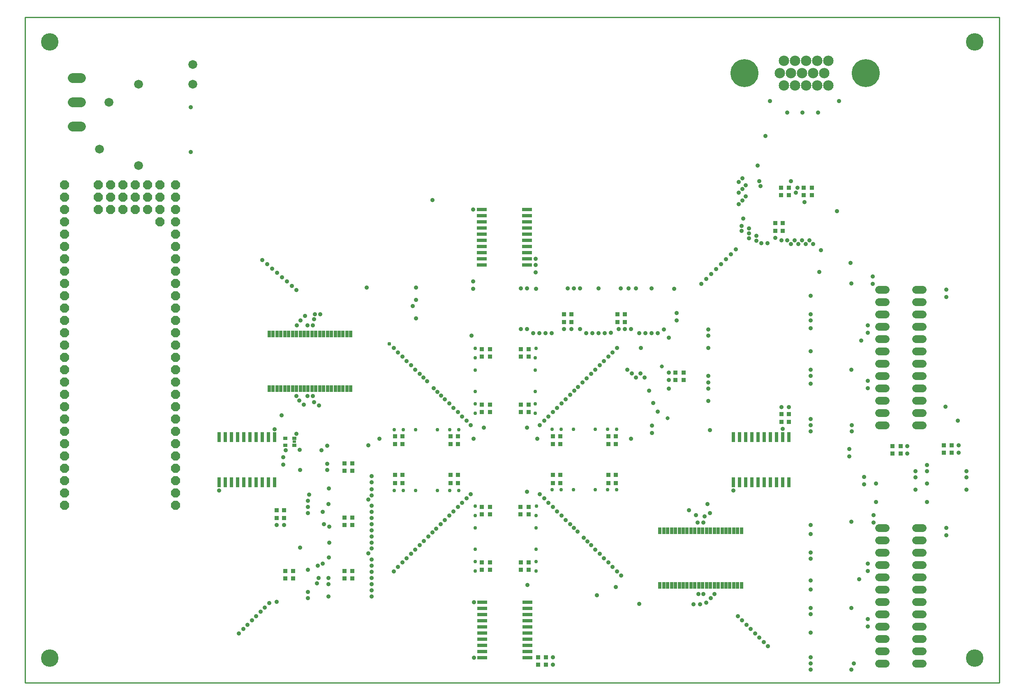
<source format=gbr>
G04 EAGLE Gerber RS-274X export*
G75*
%MOMM*%
%FSLAX34Y34*%
%LPD*%
%INSoldermask Bottom*%
%IPPOS*%
%AMOC8*
5,1,8,0,0,1.08239X$1,22.5*%
G01*
%ADD10C,5.760719*%
%ADD11C,2.148837*%
%ADD12R,0.670563X2.092963*%
%ADD13R,2.092963X0.670563*%
%ADD14R,0.650000X1.325000*%
%ADD15R,0.960000X0.960000*%
%ADD16C,1.584963*%
%ADD17P,1.958693X8X112.500000*%
%ADD18P,1.958693X8X202.500000*%
%ADD19C,3.600000*%
%ADD20R,0.820000X0.720000*%
%ADD21R,0.780000X0.480000*%
%ADD22C,2.040000*%
%ADD23C,0.762000*%
%ADD24C,0.914400*%
%ADD25C,1.828800*%
%ADD26C,0.785763*%
%ADD27C,0.822963*%
%ADD28C,0.254000*%


D10*
X1731569Y1256030D03*
X1481531Y1256030D03*
D11*
X1654479Y1230620D03*
X1631568Y1230620D03*
X1608658Y1230620D03*
X1585747Y1230620D03*
X1562836Y1230620D03*
X1646021Y1256030D03*
X1623110Y1256030D03*
X1600200Y1256030D03*
X1577289Y1256030D03*
X1554378Y1256030D03*
X1654479Y1281441D03*
X1631568Y1281441D03*
X1608658Y1281441D03*
X1585747Y1281441D03*
X1562836Y1281441D03*
D12*
X514350Y413004D03*
X501650Y413004D03*
X488950Y413004D03*
X476250Y413004D03*
X463550Y413004D03*
X450850Y413004D03*
X438150Y413004D03*
X425450Y413004D03*
X412750Y413004D03*
X400050Y413004D03*
X400050Y506476D03*
X412750Y506476D03*
X425450Y506476D03*
X438150Y506476D03*
X450850Y506476D03*
X463550Y506476D03*
X476250Y506476D03*
X488950Y506476D03*
X501650Y506476D03*
X514350Y506476D03*
D13*
X941578Y51562D03*
X941578Y64262D03*
X941578Y76962D03*
X941578Y89662D03*
X941578Y102362D03*
X941578Y115062D03*
X941578Y127762D03*
X941578Y140462D03*
X941578Y153162D03*
X941578Y165862D03*
X1035050Y165862D03*
X1035050Y153162D03*
X1035050Y140462D03*
X1035050Y127762D03*
X1035050Y115062D03*
X1035050Y102362D03*
X1035050Y89662D03*
X1035050Y76962D03*
X1035050Y64262D03*
X1035050Y51562D03*
X940562Y861314D03*
X940562Y874014D03*
X940562Y886714D03*
X940562Y899414D03*
X940562Y912114D03*
X940562Y924814D03*
X940562Y937514D03*
X940562Y950214D03*
X940562Y962914D03*
X940562Y975614D03*
X1034034Y975614D03*
X1034034Y962914D03*
X1034034Y950214D03*
X1034034Y937514D03*
X1034034Y924814D03*
X1034034Y912114D03*
X1034034Y899414D03*
X1034034Y886714D03*
X1034034Y874014D03*
X1034034Y861314D03*
D12*
X1573530Y413004D03*
X1560830Y413004D03*
X1548130Y413004D03*
X1535430Y413004D03*
X1522730Y413004D03*
X1510030Y413004D03*
X1497330Y413004D03*
X1484630Y413004D03*
X1471930Y413004D03*
X1459230Y413004D03*
X1459230Y506476D03*
X1471930Y506476D03*
X1484630Y506476D03*
X1497330Y506476D03*
X1510030Y506476D03*
X1522730Y506476D03*
X1535430Y506476D03*
X1548130Y506476D03*
X1560830Y506476D03*
X1573530Y506476D03*
D14*
X502994Y719061D03*
X510994Y719061D03*
X518994Y719061D03*
X526994Y719061D03*
X534994Y719061D03*
X542994Y719061D03*
X550994Y719061D03*
X558994Y719061D03*
X566994Y719061D03*
X574994Y719061D03*
X582994Y719061D03*
X590994Y719061D03*
X598994Y719061D03*
X606994Y719061D03*
X614994Y719061D03*
X622994Y719061D03*
X630994Y719061D03*
X638994Y719061D03*
X646994Y719061D03*
X654994Y719061D03*
X662994Y719061D03*
X670994Y719061D03*
X670994Y606311D03*
X662994Y606311D03*
X654994Y606311D03*
X646994Y606311D03*
X638994Y606311D03*
X630994Y606311D03*
X622994Y606311D03*
X614994Y606311D03*
X606994Y606311D03*
X598994Y606311D03*
X590994Y606311D03*
X582994Y606311D03*
X574994Y606311D03*
X566994Y606311D03*
X558994Y606311D03*
X550994Y606311D03*
X542994Y606311D03*
X534994Y606311D03*
X526994Y606311D03*
X518994Y606311D03*
X510994Y606311D03*
X502994Y606311D03*
X1475666Y200419D03*
X1467666Y200419D03*
X1459666Y200419D03*
X1451666Y200419D03*
X1443666Y200419D03*
X1435666Y200419D03*
X1427666Y200419D03*
X1419666Y200419D03*
X1411666Y200419D03*
X1403666Y200419D03*
X1395666Y200419D03*
X1387666Y200419D03*
X1379666Y200419D03*
X1371666Y200419D03*
X1363666Y200419D03*
X1355666Y200419D03*
X1347666Y200419D03*
X1339666Y200419D03*
X1331666Y200419D03*
X1323666Y200419D03*
X1315666Y200419D03*
X1307666Y200419D03*
X1307666Y313169D03*
X1315666Y313169D03*
X1323666Y313169D03*
X1331666Y313169D03*
X1339666Y313169D03*
X1347666Y313169D03*
X1355666Y313169D03*
X1363666Y313169D03*
X1371666Y313169D03*
X1379666Y313169D03*
X1387666Y313169D03*
X1395666Y313169D03*
X1403666Y313169D03*
X1411666Y313169D03*
X1419666Y313169D03*
X1427666Y313169D03*
X1435666Y313169D03*
X1443666Y313169D03*
X1451666Y313169D03*
X1459666Y313169D03*
X1467666Y313169D03*
X1475666Y313169D03*
D15*
X762000Y508000D03*
X777240Y508000D03*
X762000Y491490D03*
X777240Y491490D03*
X891540Y508000D03*
X876300Y508000D03*
X891540Y491490D03*
X876300Y491490D03*
X762000Y411480D03*
X777240Y411480D03*
X762000Y427990D03*
X777240Y427990D03*
X891540Y411480D03*
X876300Y411480D03*
X891540Y427990D03*
X876300Y427990D03*
X1037590Y687070D03*
X1037590Y671830D03*
X1021080Y687070D03*
X1021080Y671830D03*
X941070Y557530D03*
X941070Y572770D03*
X957580Y557530D03*
X957580Y572770D03*
X941070Y687070D03*
X941070Y671830D03*
X957580Y687070D03*
X957580Y671830D03*
X1037590Y557530D03*
X1037590Y572770D03*
X1021080Y557530D03*
X1021080Y572770D03*
X1037082Y361950D03*
X1037082Y346710D03*
X1020572Y361950D03*
X1020572Y346710D03*
X1037590Y232410D03*
X1037590Y247650D03*
X1021080Y232410D03*
X1021080Y247650D03*
X941070Y361950D03*
X941070Y346710D03*
X957580Y361950D03*
X957580Y346710D03*
X941070Y232410D03*
X941070Y247650D03*
X957580Y232410D03*
X957580Y247650D03*
X1087120Y508000D03*
X1102360Y508000D03*
X1087120Y491490D03*
X1102360Y491490D03*
X1216660Y508000D03*
X1201420Y508000D03*
X1216660Y491490D03*
X1201420Y491490D03*
X1087120Y427990D03*
X1102360Y427990D03*
X1087120Y411480D03*
X1102360Y411480D03*
X1216660Y411480D03*
X1201420Y411480D03*
X1216660Y427990D03*
X1201420Y427990D03*
X552450Y214630D03*
X552450Y229870D03*
X535940Y214630D03*
X535940Y229870D03*
X657860Y229870D03*
X657860Y214630D03*
X674370Y229870D03*
X674370Y214630D03*
X657860Y340360D03*
X657860Y325120D03*
X674370Y340360D03*
X674370Y325120D03*
X657860Y452120D03*
X657860Y436880D03*
X674370Y452120D03*
X674370Y436880D03*
X1056640Y36830D03*
X1056640Y52070D03*
X1073150Y36830D03*
X1073150Y52070D03*
X1558290Y537210D03*
X1573530Y537210D03*
X1558290Y553720D03*
X1573530Y553720D03*
X1339850Y623570D03*
X1339850Y638810D03*
X1356360Y623570D03*
X1356360Y638810D03*
X1235710Y742950D03*
X1220470Y742950D03*
X1235710Y759460D03*
X1220470Y759460D03*
X1125220Y742950D03*
X1109980Y742950D03*
X1125220Y759460D03*
X1109980Y759460D03*
D16*
X1758696Y318770D02*
X1771904Y318770D01*
X1771904Y293370D02*
X1758696Y293370D01*
X1758696Y267970D02*
X1771904Y267970D01*
X1771904Y242570D02*
X1758696Y242570D01*
X1758696Y217170D02*
X1771904Y217170D01*
X1771904Y191770D02*
X1758696Y191770D01*
X1758696Y166370D02*
X1771904Y166370D01*
X1771904Y140970D02*
X1758696Y140970D01*
X1758696Y115570D02*
X1771904Y115570D01*
X1771904Y90170D02*
X1758696Y90170D01*
X1758696Y64770D02*
X1771904Y64770D01*
X1771904Y39370D02*
X1758696Y39370D01*
X1834896Y39370D02*
X1848104Y39370D01*
X1848104Y64770D02*
X1834896Y64770D01*
X1834896Y90170D02*
X1848104Y90170D01*
X1848104Y115570D02*
X1834896Y115570D01*
X1834896Y140970D02*
X1848104Y140970D01*
X1848104Y166370D02*
X1834896Y166370D01*
X1834896Y191770D02*
X1848104Y191770D01*
X1848104Y217170D02*
X1834896Y217170D01*
X1834896Y242570D02*
X1848104Y242570D01*
X1848104Y267970D02*
X1834896Y267970D01*
X1834896Y293370D02*
X1848104Y293370D01*
X1848104Y318770D02*
X1834896Y318770D01*
X1771904Y810260D02*
X1758696Y810260D01*
X1758696Y784860D02*
X1771904Y784860D01*
X1771904Y759460D02*
X1758696Y759460D01*
X1758696Y734060D02*
X1771904Y734060D01*
X1771904Y708660D02*
X1758696Y708660D01*
X1758696Y683260D02*
X1771904Y683260D01*
X1771904Y657860D02*
X1758696Y657860D01*
X1758696Y632460D02*
X1771904Y632460D01*
X1771904Y607060D02*
X1758696Y607060D01*
X1758696Y581660D02*
X1771904Y581660D01*
X1771904Y556260D02*
X1758696Y556260D01*
X1758696Y530860D02*
X1771904Y530860D01*
X1834896Y530860D02*
X1848104Y530860D01*
X1848104Y556260D02*
X1834896Y556260D01*
X1834896Y581660D02*
X1848104Y581660D01*
X1848104Y607060D02*
X1834896Y607060D01*
X1834896Y632460D02*
X1848104Y632460D01*
X1848104Y657860D02*
X1834896Y657860D01*
X1834896Y683260D02*
X1848104Y683260D01*
X1848104Y708660D02*
X1834896Y708660D01*
X1834896Y734060D02*
X1848104Y734060D01*
X1848104Y759460D02*
X1834896Y759460D01*
X1834896Y784860D02*
X1848104Y784860D01*
X1848104Y810260D02*
X1834896Y810260D01*
D15*
X1560830Y930910D03*
X1545590Y930910D03*
X1560830Y947420D03*
X1545590Y947420D03*
X1604010Y1019810D03*
X1604010Y1004570D03*
X1620520Y1019810D03*
X1620520Y1004570D03*
X1557020Y1019810D03*
X1557020Y1004570D03*
X1573530Y1019810D03*
X1573530Y1004570D03*
X1803400Y487680D03*
X1803400Y472440D03*
X1786890Y487680D03*
X1786890Y472440D03*
X1908810Y488950D03*
X1908810Y473710D03*
X1892300Y488950D03*
X1892300Y473710D03*
D17*
X309880Y365760D03*
X309880Y391160D03*
X309880Y416560D03*
X309880Y441960D03*
D18*
X309880Y467360D03*
D17*
X309880Y492760D03*
X309880Y518160D03*
X309880Y543560D03*
X309880Y568960D03*
X309880Y594360D03*
X309880Y619760D03*
X309880Y645160D03*
X309880Y670560D03*
X309880Y695960D03*
X309880Y721360D03*
X309880Y746760D03*
X309880Y772160D03*
X309880Y797560D03*
X309880Y822960D03*
X309880Y848360D03*
X309880Y873760D03*
X309880Y899160D03*
X309880Y924560D03*
X309880Y949960D03*
D18*
X309880Y975360D03*
D17*
X309880Y1000760D03*
X309880Y1026160D03*
X81280Y365760D03*
X81280Y391160D03*
X81280Y416560D03*
X81280Y441960D03*
D18*
X81280Y467360D03*
D17*
X81280Y492760D03*
X81280Y518160D03*
X81280Y543560D03*
X81280Y568960D03*
X81280Y594360D03*
X81280Y619760D03*
X81280Y645160D03*
X81280Y670560D03*
X81280Y695960D03*
X81280Y721360D03*
X81280Y746760D03*
X81280Y772160D03*
X81280Y797560D03*
X81280Y822960D03*
X81280Y848360D03*
X81280Y873760D03*
X81280Y899160D03*
X81280Y924560D03*
X81280Y949960D03*
D18*
X81280Y975360D03*
D17*
X81280Y1000760D03*
X81280Y1026160D03*
X278130Y949960D03*
X278130Y975360D03*
X278130Y1000760D03*
X278130Y1026160D03*
X252730Y975360D03*
X252730Y1000760D03*
X252730Y1026160D03*
X227330Y975360D03*
X227330Y1000760D03*
X227330Y1026160D03*
X201930Y975360D03*
X201930Y1000760D03*
X201930Y1026160D03*
X176530Y975360D03*
X176530Y1000760D03*
X176530Y1026160D03*
X151130Y975360D03*
X151130Y1000760D03*
X151130Y1026160D03*
D19*
X50800Y50800D03*
X50800Y1320800D03*
X1955800Y50800D03*
X1955800Y1320800D03*
D20*
X554830Y504070D03*
D21*
X554830Y496570D03*
D20*
X554830Y489070D03*
X536330Y489070D03*
X536330Y504070D03*
D15*
X533400Y339090D03*
X518160Y339090D03*
X533400Y355600D03*
X518160Y355600D03*
D22*
X115180Y1146340D02*
X98180Y1146340D01*
X98180Y1196340D02*
X115180Y1196340D01*
X115180Y1246340D02*
X98180Y1246340D01*
D23*
X893318Y396518D03*
X849122Y396264D03*
X1085342Y522200D03*
X1129538Y522200D03*
X1174242Y522200D03*
X1218438Y522200D03*
D24*
X706985Y266700D03*
X626261Y321310D03*
X706985Y377190D03*
X706985Y488950D03*
D23*
X927632Y230632D03*
X927632Y274828D03*
X927632Y319532D03*
X927632Y363728D03*
X760222Y396240D03*
X804418Y396240D03*
X1052806Y319532D03*
X1218438Y398042D03*
X1174242Y398042D03*
X1129538Y398042D03*
X1085342Y398042D03*
X1052830Y230632D03*
X1052830Y274828D03*
X927378Y555752D03*
X927124Y599948D03*
X760222Y521438D03*
X804418Y521438D03*
X849122Y521438D03*
X893318Y521438D03*
X927100Y688848D03*
X927100Y644652D03*
X1051028Y644652D03*
X1051028Y599948D03*
X1051028Y555752D03*
D24*
X1407160Y618490D03*
X1243330Y812800D03*
X1130300Y812800D03*
X1021080Y812800D03*
X1407160Y727710D03*
X1290320Y812800D03*
X1181100Y812800D03*
X924560Y165862D03*
X624840Y215900D03*
X582930Y232410D03*
X518160Y166370D03*
X622300Y438150D03*
X400050Y396240D03*
X1177798Y180594D03*
X581660Y590550D03*
X560070Y736600D03*
X593090Y736600D03*
X1459230Y396240D03*
X923290Y975614D03*
X1386840Y182880D03*
X1397000Y330200D03*
X1419860Y182880D03*
D23*
X1052322Y689102D03*
D24*
X1617980Y26670D03*
X1617980Y52070D03*
X1617980Y140970D03*
X1617980Y191770D03*
X1617980Y255270D03*
X1617980Y306070D03*
X1617980Y518160D03*
X1617980Y746760D03*
X1617980Y797560D03*
X1697990Y481330D03*
X1728470Y408940D03*
X1858010Y372110D03*
X1752600Y372110D03*
X582930Y361950D03*
X565404Y479806D03*
X805180Y750570D03*
X1617980Y543560D03*
X1052830Y811530D03*
D23*
X1053338Y364236D03*
D24*
X528320Y551180D03*
X566166Y438658D03*
X1617980Y683260D03*
X1291590Y514350D03*
X1617980Y632460D03*
X1672590Y971550D03*
X1558290Y567690D03*
X1700530Y864870D03*
X1922780Y488950D03*
X923290Y811530D03*
X1897380Y303530D03*
X1897380Y795020D03*
X1407160Y580390D03*
X1736090Y736600D03*
X1746250Y821690D03*
X1736090Y622300D03*
X1087120Y36830D03*
X1817370Y487680D03*
X1747520Y330200D03*
X1736090Y245110D03*
X1736090Y130810D03*
D25*
X233680Y1065530D03*
X153440Y1099820D03*
D24*
X533400Y325120D03*
X1051560Y845820D03*
X1407160Y689610D03*
X1325880Y623570D03*
X1235710Y728980D03*
X1125220Y728980D03*
X1342390Y762000D03*
X341630Y1093470D03*
X1921510Y539750D03*
D26*
X750570Y698500D03*
D24*
X759357Y689713D03*
X768350Y680720D03*
X777240Y671830D03*
X786130Y662940D03*
X795020Y654050D03*
X803910Y645160D03*
X812800Y636270D03*
X820420Y628650D03*
X828040Y621030D03*
X842010Y607060D03*
X849630Y599440D03*
X857250Y591820D03*
X864870Y584200D03*
X873760Y575310D03*
X882650Y566420D03*
X891540Y557530D03*
X900339Y548731D03*
X909320Y539750D03*
X1228090Y220980D03*
X1219303Y229767D03*
X1210310Y238760D03*
X1201420Y247650D03*
X1192530Y256540D03*
X1183640Y265430D03*
X1174750Y274320D03*
X1165860Y283210D03*
X1158240Y290830D03*
X1150620Y298450D03*
X1137920Y311150D03*
X1130300Y318770D03*
X1122680Y326390D03*
X1113790Y335280D03*
X1104900Y344170D03*
X1096010Y353060D03*
X1087120Y361950D03*
X1078321Y370749D03*
X1069340Y379730D03*
X1530350Y74930D03*
X1412240Y173990D03*
X1521460Y83820D03*
X1403350Y165100D03*
X1512570Y92710D03*
X1390650Y161290D03*
X1503680Y101600D03*
X1376680Y161290D03*
X1367790Y355600D03*
X1494790Y110490D03*
X1381760Y345440D03*
X1485900Y119380D03*
X1399540Y342900D03*
X1477010Y128270D03*
X1410970Y349250D03*
X1468120Y137160D03*
X567690Y746760D03*
X488950Y871220D03*
X576580Y755650D03*
X499110Y862330D03*
X595630Y749300D03*
X509270Y853440D03*
X596900Y759460D03*
X519430Y844550D03*
X605790Y571500D03*
X529590Y835660D03*
X595630Y577850D03*
X539750Y826770D03*
X574040Y572770D03*
X549910Y817880D03*
X565150Y581660D03*
X558800Y808990D03*
X730250Y502920D03*
X1248410Y502920D03*
X1055370Y502920D03*
X924052Y502920D03*
X1405890Y368300D03*
X1560830Y523240D03*
X558673Y590550D03*
X1035050Y201168D03*
X1033780Y393700D03*
X1033780Y525780D03*
X944880Y525780D03*
X798830Y775970D03*
X919480Y715010D03*
X558800Y513080D03*
X1051560Y873760D03*
X918210Y530860D03*
X1060450Y388620D03*
X1635506Y846836D03*
X1617980Y730250D03*
X1617980Y615950D03*
X1617980Y325120D03*
X1617980Y210820D03*
X1617980Y102870D03*
X1117600Y812800D03*
X1226820Y812800D03*
X1337310Y811530D03*
X1407160Y632460D03*
X1410970Y520700D03*
D23*
X1104138Y522200D03*
X1199642Y522200D03*
X874522Y396518D03*
D24*
X624991Y177800D03*
D23*
X927632Y249428D03*
X927632Y344932D03*
X779018Y396240D03*
X1052552Y344932D03*
X1199642Y398042D03*
X1104138Y398042D03*
X1052830Y249428D03*
X927378Y574548D03*
X779018Y521438D03*
X874522Y521438D03*
X927100Y670052D03*
X1051028Y670052D03*
X1051028Y574548D03*
D24*
X1325880Y605790D03*
X1325880Y638810D03*
X1407160Y605790D03*
X1021080Y728980D03*
X1109980Y728980D03*
X1223010Y728980D03*
X566420Y278130D03*
X626364Y288290D03*
X626110Y400050D03*
X514350Y521970D03*
X593090Y590550D03*
X581660Y736600D03*
X1051560Y861060D03*
X1397000Y182880D03*
X1385570Y330200D03*
X1701800Y26670D03*
X1617980Y267970D03*
X1617980Y759460D03*
X1728470Y424180D03*
X1817370Y472440D03*
X1833880Y397510D03*
X1922780Y473710D03*
X582930Y349250D03*
X518160Y325120D03*
X1752600Y410210D03*
X1858010Y410210D03*
X924814Y51562D03*
X805180Y788670D03*
X1291590Y529590D03*
X923290Y826770D03*
X1897380Y318770D03*
X1897380Y810260D03*
X1573530Y567690D03*
X1703070Y518160D03*
X1736090Y721360D03*
X1746250Y836930D03*
X1736090Y607060D03*
X1087120Y52070D03*
X1747520Y345440D03*
X1736090Y229870D03*
X1736090Y115570D03*
D25*
X233680Y1233170D03*
X172720Y1196340D03*
D24*
X1939290Y397510D03*
X1697990Y466090D03*
X1342390Y746760D03*
X341122Y1186180D03*
X1216660Y196850D03*
X532130Y449580D03*
X1896110Y568960D03*
X600964Y204470D03*
X585470Y387350D03*
X440690Y101600D03*
X449580Y110490D03*
X458470Y119380D03*
X467360Y128270D03*
X476250Y137160D03*
X485140Y146050D03*
X494030Y154940D03*
X502920Y163830D03*
X713740Y177800D03*
X759357Y229767D03*
X713740Y190500D03*
X768350Y238760D03*
X713740Y203200D03*
X777240Y247650D03*
X713740Y215900D03*
X786130Y256540D03*
X713740Y228600D03*
X795020Y265430D03*
X713740Y241300D03*
X803910Y274320D03*
X713740Y254000D03*
X812800Y283210D03*
X713740Y276860D03*
X821690Y292100D03*
X713740Y288290D03*
X830580Y300990D03*
X713740Y300990D03*
X839470Y309880D03*
X713740Y313690D03*
X847090Y317500D03*
X713740Y326390D03*
X855980Y326390D03*
X713740Y339090D03*
X864870Y335280D03*
X713740Y351790D03*
X873760Y344170D03*
X713740Y364490D03*
X882650Y353060D03*
X713740Y386080D03*
X891540Y361950D03*
X713740Y398780D03*
X900339Y370749D03*
X713740Y412750D03*
X909320Y379730D03*
X626110Y257810D03*
X624840Y368300D03*
X613410Y245110D03*
X613410Y351790D03*
X610870Y478790D03*
X582930Y186690D03*
X1464310Y892810D03*
X1569720Y911860D03*
X1584960Y911860D03*
X1600200Y911860D03*
X1615440Y911860D03*
X1454150Y882650D03*
X1577340Y904240D03*
X1592580Y904240D03*
X1607820Y904240D03*
X1623060Y904240D03*
X1490980Y935990D03*
X1506220Y920750D03*
X1443990Y872490D03*
X1506220Y910590D03*
X1490980Y925830D03*
X1475740Y941070D03*
X1433830Y862330D03*
X1516380Y905510D03*
X1490980Y915670D03*
X1475740Y930910D03*
X1423670Y852170D03*
X1484630Y1024890D03*
X1484630Y1002030D03*
X1413510Y842010D03*
X1477518Y994156D03*
X1477518Y1039876D03*
X1477518Y1017270D03*
X1403350Y831850D03*
X1469898Y986536D03*
X1469898Y1032256D03*
X1469898Y1009650D03*
X1393190Y821690D03*
X1639570Y891540D03*
X1529080Y905510D03*
X805180Y814070D03*
X703580Y814070D03*
X1534160Y1198880D03*
X1676400Y1198880D03*
X839470Y994410D03*
X1939290Y435610D03*
X1833880Y422910D03*
X1833880Y435610D03*
X1060450Y530860D03*
X1046480Y720090D03*
X1069340Y539750D03*
X1059180Y720090D03*
X1078321Y548731D03*
X1071880Y720090D03*
X1087120Y557530D03*
X1084580Y720090D03*
X1096010Y566420D03*
X1155700Y720090D03*
X1104900Y575310D03*
X1168400Y720090D03*
X1113790Y584200D03*
X1181100Y720090D03*
X1122680Y593090D03*
X1193800Y720090D03*
X1131570Y601980D03*
X1264920Y720090D03*
X1139190Y609600D03*
X1277620Y720090D03*
X1148080Y618490D03*
X1290320Y720090D03*
X1156970Y627380D03*
X1303020Y720090D03*
X1165860Y636270D03*
X1240790Y645160D03*
X1174750Y645160D03*
X1249680Y637540D03*
X1183640Y654050D03*
X1258570Y628650D03*
X1192530Y662940D03*
X1267460Y637540D03*
X1201420Y671830D03*
X1276350Y628650D03*
X1210310Y680720D03*
X1285240Y601980D03*
X1219303Y689713D03*
X1294130Y576580D03*
X1268222Y690372D03*
X1303020Y558800D03*
X713740Y425450D03*
X918210Y388620D03*
X582930Y173990D03*
X624840Y203200D03*
X1407160Y715010D03*
X1325880Y711200D03*
D27*
X1323340Y544830D03*
D24*
X1258570Y812800D03*
X1248410Y728980D03*
D27*
X1311910Y651510D03*
D24*
X1143000Y812800D03*
X1143000Y728980D03*
X1315720Y727710D03*
X1206500Y721360D03*
X1033780Y728980D03*
X1033780Y812800D03*
X1617980Y645160D03*
X1701800Y645160D03*
X1701800Y822960D03*
X1617980Y530860D03*
X1703070Y530860D03*
X1722120Y704850D03*
X1617980Y153670D03*
X1701800Y153670D03*
X1701800Y331470D03*
X1706880Y39370D03*
X1718310Y213360D03*
X1617980Y39370D03*
X608330Y759460D03*
X537210Y478790D03*
X1264920Y162560D03*
X1858010Y448310D03*
X1858010Y435610D03*
X1939290Y422910D03*
X615950Y326390D03*
X622300Y450850D03*
X622300Y488696D03*
X603250Y241300D03*
X604520Y215900D03*
X582930Y374650D03*
X532130Y464820D03*
X1525270Y1126490D03*
D25*
X345440Y1233170D03*
D24*
X1545590Y916940D03*
X1512570Y1033780D03*
X1587500Y1009650D03*
X1508760Y1065530D03*
X1569720Y1174750D03*
X1601470Y1174750D03*
X1633220Y1174750D03*
D25*
X345440Y1273810D03*
D24*
X1558290Y911860D03*
X1515110Y1023620D03*
X1591310Y1019810D03*
X1577340Y1033780D03*
X1479550Y956310D03*
X1605280Y990600D03*
D28*
X0Y0D02*
X2006600Y0D01*
X2006600Y1371600D01*
X0Y1371600D01*
X0Y0D01*
M02*

</source>
